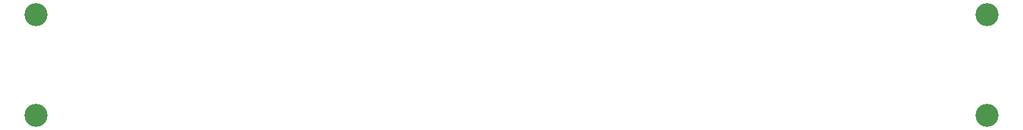
<source format=gbs>
G04 #@! TF.GenerationSoftware,KiCad,Pcbnew,(6.0.0)*
G04 #@! TF.CreationDate,2022-06-26T22:50:44+02:00*
G04 #@! TF.ProjectId,mht-ctl-front,6d68742d-6374-46c2-9d66-726f6e742e6b,rev?*
G04 #@! TF.SameCoordinates,Original*
G04 #@! TF.FileFunction,Soldermask,Bot*
G04 #@! TF.FilePolarity,Negative*
%FSLAX46Y46*%
G04 Gerber Fmt 4.6, Leading zero omitted, Abs format (unit mm)*
G04 Created by KiCad (PCBNEW (6.0.0)) date 2022-06-26 22:50:44*
%MOMM*%
%LPD*%
G01*
G04 APERTURE LIST*
%ADD10C,3.200000*%
G04 APERTURE END LIST*
D10*
X171000000Y-40000000D03*
X39000000Y-54000000D03*
X39000000Y-40000000D03*
X171000000Y-54000000D03*
M02*

</source>
